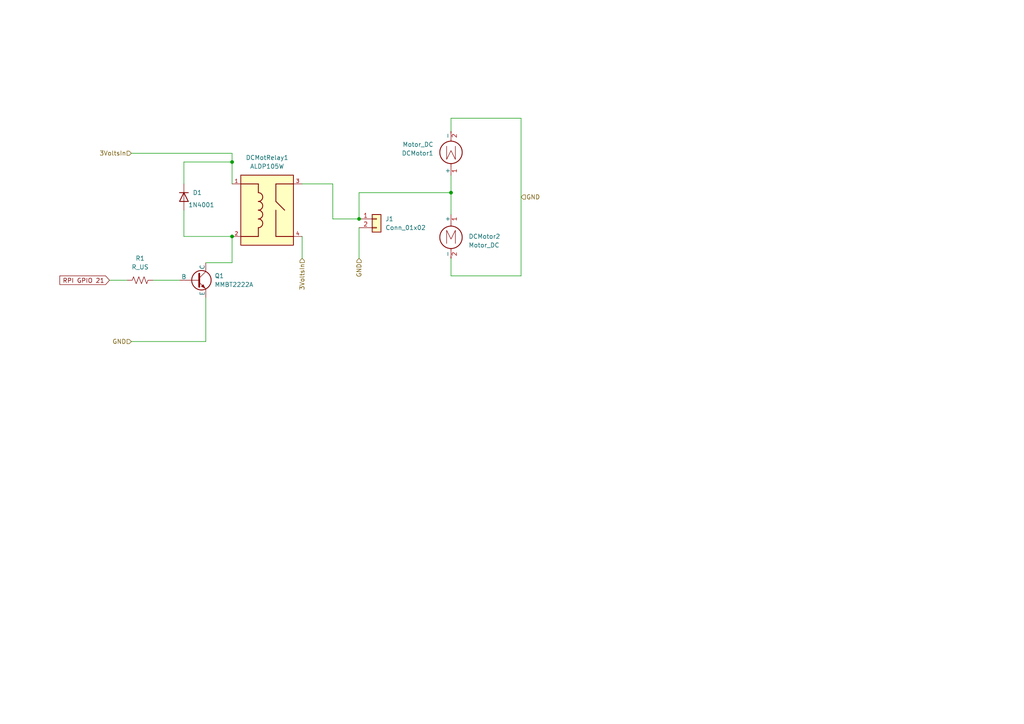
<source format=kicad_sch>
(kicad_sch (version 20231120) (generator "eeschema") (generator_version "8.0")
  (paper "A4")
  (lib_symbols
    (symbol "ALDP105W:ALDP105W" (pin_names (offset 1.016))
      (property "Reference" "K" (at -7.6253 10.6755 0))
      (property "Value" "ALDP105W" (at -7.6273 -12.7121 0))
      (symbol "ALDP105W_0_0"
        (rectangle (start -7.62 -10.16) (end 7.62 10.16) (stroke (width 0.254)) (fill (type background)))
        (arc (start -2.54 -5.08) (mid -1.2755 -3.81) (end -2.54 -2.54) (stroke (width 0.254)))
        (arc (start -2.54 -2.54) (mid -1.2755 -1.27) (end -2.54 0) (stroke (width 0.254)))
        (arc (start -2.54 0) (mid -1.2755 1.27) (end -2.54 2.54) (stroke (width 0.254)))
        (arc (start -2.54 2.54) (mid -1.2755 3.81) (end -2.54 5.08) (stroke (width 0.254)))
        (polyline (pts (xy -2.54 -7.62) (xy -7.62 -7.62)) (stroke (width 0.254)))
        (polyline (pts (xy -2.54 -5.08) (xy -2.54 -7.62)) (stroke (width 0.254)))
        (polyline (pts (xy -2.54 5.08) (xy -2.54 7.62)) (stroke (width 0.254)))
        (polyline (pts (xy -2.54 7.62) (xy -7.62 7.62)) (stroke (width 0.254)))
        (polyline (pts (xy 2.54 -7.62) (xy 7.62 -7.62)) (stroke (width 0.254)))
        (polyline (pts (xy 2.54 0) (xy 2.54 -7.62)) (stroke (width 0.254)))
        (polyline (pts (xy 2.54 2.54) (xy 5.08 0)) (stroke (width 0.254)))
        (polyline (pts (xy 2.54 7.62) (xy 2.54 2.54)) (stroke (width 0.254)))
        (polyline (pts (xy 7.62 7.62) (xy 2.54 7.62)) (stroke (width 0.254)))
        (pin passive line (at -10.16 7.62 0) (length 2.54) (name "~") (number "1"))
        (pin passive line (at -10.16 -7.62 0) (length 2.54) (name "~") (number "2"))
        (pin passive line (at 10.16 7.62 180) (length 2.54) (name "~") (number "3"))
        (pin passive line (at 10.16 -7.62 180) (length 2.54) (name "~") (number "4"))
      )
    )
    (symbol "Connector_Generic:Conn_01x02" (pin_names (offset 1.016) hide)
      (property "Reference" "J" (at 0 2.54 0))
      (property "Value" "Conn_01x02" (at 0 -5.08 0))
      (symbol "Conn_01x02_1_1"
        (rectangle (start -1.27 -2.413) (end 0 -2.667) (stroke (width 0.1524)))
        (rectangle (start -1.27 0.127) (end 0 -0.127) (stroke (width 0.1524)))
        (rectangle (start -1.27 1.27) (end 1.27 -3.81) (stroke (width 0.254)) (fill (type background)))
        (pin passive line (at -5.08 0 0) (length 3.81) (name "Pin_1") (number "1"))
        (pin passive line (at -5.08 -2.54 0) (length 3.81) (name "Pin_2") (number "2"))
      )
    )
    (symbol "Device:D" (pin_numbers hide) (pin_names (offset 1.016) hide)
      (property "Reference" "D" (at 0 2.54 0))
      (property "Value" "D" (at 0 -2.54 0))
      (symbol "D_0_1"
        (polyline (pts (xy -1.27 1.27) (xy -1.27 -1.27)) (stroke (width 0.254)))
        (polyline (pts (xy 1.27 0) (xy -1.27 0)))
        (polyline (pts (xy 1.27 1.27) (xy 1.27 -1.27) (xy -1.27 0) (xy 1.27 1.27)) (stroke (width 0.254)))
      )
      (symbol "D_1_1"
        (pin passive line (at -3.81 0 0) (length 2.54) (name "K") (number "1"))
        (pin passive line (at 3.81 0 180) (length 2.54) (name "A") (number "2"))
      )
    )
    (symbol "Device:R_US" (pin_numbers hide) (pin_names (offset 0))
      (property "Reference" "R" (at 2.54 0 90))
      (property "Value" "R_US" (at -2.54 0 90))
      (symbol "R_US_0_1"
        (polyline (pts (xy 0 -2.286) (xy 0 -2.54)))
        (polyline (pts (xy 0 2.286) (xy 0 2.54)))
        (polyline (pts (xy 0 -0.762) (xy 1.016 -1.143) (xy 0 -1.524) (xy -1.016 -1.905) (xy 0 -2.286)))
        (polyline (pts (xy 0 0.762) (xy 1.016 0.381) (xy 0 0) (xy -1.016 -0.381) (xy 0 -0.762)))
        (polyline (pts (xy 0 2.286) (xy 1.016 1.905) (xy 0 1.524) (xy -1.016 1.143) (xy 0 0.762)))
      )
      (symbol "R_US_1_1"
        (pin passive line (at 0 3.81 270) (length 1.27) (name "~") (number "1"))
        (pin passive line (at 0 -3.81 90) (length 1.27) (name "~") (number "2"))
      )
    )
    (symbol "Motor:Motor_DC" (pin_names (offset 0))
      (property "Reference" "M" (at 2.54 2.54 0))
      (property "Value" "Motor_DC" (at 2.54 -5.08 0))
      (symbol "Motor_DC_0_0"
        (polyline (pts (xy -1.27 -3.302) (xy -1.27 0.508) (xy 0 -2.032) (xy 1.27 0.508) (xy 1.27 -3.302)))
      )
      (symbol "Motor_DC_0_1"
        (circle (center 0 -1.524) (radius 3.2512) (stroke (width 0.254)))
        (polyline (pts (xy 0 -7.62) (xy 0 -7.112)))
        (polyline (pts (xy 0 -4.7752) (xy 0 -5.1816)))
        (polyline (pts (xy 0 1.7272) (xy 0 2.0828)))
        (polyline (pts (xy 0 2.032) (xy 0 2.54)))
      )
      (symbol "Motor_DC_1_1"
        (pin passive line (at 0 5.08 270) (length 2.54) (name "+") (number "1"))
        (pin passive line (at 0 -7.62 90) (length 2.54) (name "-") (number "2"))
      )
    )
    (symbol "Simulation_SPICE:NPN" (pin_numbers hide) (pin_names (offset 0))
      (property "Reference" "Q" (at -2.54 7.62 0))
      (property "Value" "NPN" (at -2.54 5.08 0))
      (symbol "NPN_0_1"
        (polyline (pts (xy -2.54 0) (xy 0.635 0)) (stroke (width 0.1524)))
        (polyline (pts (xy 0.635 0.635) (xy 2.54 2.54)))
        (polyline (pts (xy 2.794 -1.27) (xy 2.794 -1.27)) (stroke (width 0.1524)))
        (polyline (pts (xy 2.794 -1.27) (xy 2.794 -1.27)) (stroke (width 0.1524)))
        (polyline (pts (xy 0.635 -0.635) (xy 2.54 -2.54) (xy 2.54 -2.54)))
        (polyline (pts (xy 0.635 1.905) (xy 0.635 -1.905) (xy 0.635 -1.905)) (stroke (width 0.508)))
        (polyline (pts (xy 1.27 -1.778) (xy 1.778 -1.27) (xy 2.286 -2.286) (xy 1.27 -1.778) (xy 1.27 -1.778)) (fill (type outline)))
        (circle (center 1.27 0) (radius 2.8194) (stroke (width 0.254)))
      )
      (symbol "NPN_1_1"
        (pin open_collector line (at 2.54 5.08 270) (length 2.54) (name "C") (number "1"))
        (pin input line (at -5.08 0 0) (length 2.54) (name "B") (number "2"))
        (pin open_emitter line (at 2.54 -5.08 90) (length 2.54) (name "E") (number "3"))
      )
    )
  )
  (junction (at 67.31 68.58))
  (junction (at 104.14 63.5))
  (junction (at 130.81 55.88))
  (junction (at 67.31 46.99))
  (wire (pts (xy 104.14 63.5) (xy 96.52 63.5)))
  (wire (pts (xy 53.34 53.34) (xy 53.34 46.99)))
  (wire (pts (xy 67.31 46.99) (xy 67.31 44.45)))
  (wire (pts (xy 38.1 99.06) (xy 59.69 99.06)))
  (wire (pts (xy 130.81 80.01) (xy 130.81 74.93)))
  (wire (pts (xy 104.14 74.93) (xy 104.14 66.04)))
  (wire (pts (xy 130.81 50.8) (xy 130.81 55.88)))
  (wire (pts (xy 67.31 76.2) (xy 67.31 68.58)))
  (wire (pts (xy 130.81 38.1) (xy 130.81 34.29)))
  (wire (pts (xy 67.31 44.45) (xy 38.1 44.45)))
  (wire (pts (xy 104.14 55.88) (xy 130.81 55.88)))
  (wire (pts (xy 67.31 76.2) (xy 59.69 76.2)))
  (wire (pts (xy 59.69 99.06) (xy 59.69 86.36)))
  (wire (pts (xy 53.34 46.99) (xy 67.31 46.99)))
  (wire (pts (xy 104.14 63.5) (xy 104.14 55.88)))
  (wire (pts (xy 96.52 63.5) (xy 96.52 53.34)))
  (wire (pts (xy 44.45 81.28) (xy 52.07 81.28)))
  (wire (pts (xy 130.81 55.88) (xy 130.81 62.23)))
  (wire (pts (xy 130.81 34.29) (xy 151.13 34.29)))
  (wire (pts (xy 151.13 34.29) (xy 151.13 80.01)))
  (wire (pts (xy 53.34 68.58) (xy 67.31 68.58)))
  (wire (pts (xy 87.63 53.34) (xy 96.52 53.34)))
  (wire (pts (xy 31.75 81.28) (xy 36.83 81.28)))
  (wire (pts (xy 67.31 46.99) (xy 67.31 53.34)))
  (wire (pts (xy 53.34 68.58) (xy 53.34 60.96)))
  (wire (pts (xy 87.63 68.58) (xy 87.63 74.93)))
  (wire (pts (xy 151.13 80.01) (xy 130.81 80.01)))
  (global_label "RPI GPIO 21" (shape input) (at 31.75 81.28 180) (property "Intersheetrefs" "${INTERSHEET_REFS}" (effects (hide yes))))
  (hierarchical_label "GND" (shape input) (at 38.1 99.06 180))
  (hierarchical_label "3VoltsIn" (shape input) (at 38.1 44.45 180))
  (hierarchical_label "GND" (shape input) (at 104.14 74.93 270))
  (hierarchical_label "GND" (shape input) (at 151.13 57.15 0))
  (hierarchical_label "3VoltsIn" (shape input) (at 87.63 74.93 270))
  (symbol (lib_id "Connector_Generic:Conn_01x02") (at 109.22 63.5 0) (unit 1)
    (property "Reference" "J1" (at 111.76 63.4999 0) (effects (justify left)))
    (property "Value" "Conn_01x02" (at 111.76 66.0399 0) (effects (justify left)))
    (property "Footprint" "Connector_PinHeader_2.54mm:PinHeader_1x04_P2.54mm_Vertical" (effects (hide yes)))
    (property "Description" "Generic connector, single row, 01x02, script generated (kicad-library-utils/schlib/autogen/connector/)" (effects (hide yes)))
  )
  (symbol (lib_id "Simulation_SPICE:NPN") (at 57.15 81.28 0) (unit 1)
    (property "Reference" "Q1" (at 62.23 80.0099 0) (effects (justify left)))
    (property "Value" "MMBT2222A" (at 62.23 82.5499 0) (effects (justify left)))
    (property "Footprint" "Package_TO_SOT_SMD:SOT-23" (effects (hide yes)))
    (property "Datasheet" "https://ngspice.sourceforge.io/docs/ngspice-html-manual/manual.xhtml#cha_BJTs" (effects (hide yes)))
    (property "Description" "Bipolar transistor symbol for simulation only, substrate tied to the emitter" (effects (hide yes)))
    (property "Sim.Device" "NPN" (effects (hide yes)))
    (property "Sim.Type" "GUMMELPOON" (effects (hide yes)))
    (property "Sim.Pins" "1=C 2=B 3=E" (effects (hide yes)))
  )
  (symbol (lib_id "Motor:Motor_DC") (at 130.81 45.72 180) (unit 1)
    (property "Reference" "DCMotor1" (at 125.73 44.4501 0) (effects (justify left)))
    (property "Value" "Motor_DC" (at 125.73 41.9101 0) (effects (justify left)))
    (property "Description" "DC Motor" (effects (hide yes)))
  )
  (symbol (lib_id "Device:R_US") (at 40.64 81.28 90) (unit 1)
    (property "Reference" "R1" (at 40.64 74.93 90))
    (property "Value" "R_US" (at 40.64 77.47 90))
    (property "Footprint" "Resistor_SMD:R_0805_2012Metric_Pad1.20x1.40mm_HandSolder" (effects (hide yes)))
    (property "Description" "Resistor, US symbol" (effects (hide yes)))
  )
  (symbol (lib_id "Device:D") (at 53.34 57.15 270) (unit 1)
    (property "Reference" "D1" (at 55.88 55.8799 90) (effects (justify left)))
    (property "Value" "1N4001" (at 54.61 59.436 90) (effects (justify left)))
    (property "Footprint" "Diode_SMD:D_0805_2012Metric_Pad1.15x1.40mm_HandSolder" (effects (hide yes)))
    (property "Description" "Diode" (effects (hide yes)))
    (property "Sim.Device" "D" (effects (hide yes)))
    (property "Sim.Pins" "1=K 2=A" (effects (hide yes)))
  )
  (symbol (lib_id "Motor:Motor_DC") (at 130.81 67.31 0) (unit 1)
    (property "Reference" "DCMotor2" (at 135.89 68.5799 0) (effects (justify left)))
    (property "Value" "Motor_DC" (at 135.89 71.1199 0) (effects (justify left)))
    (property "Description" "DC Motor" (effects (hide yes)))
  )
  (symbol (lib_id "ALDP105W:ALDP105W") (at 77.47 60.96 0) (unit 1)
    (property "Reference" "DCMotRelay1" (at 77.47 45.72 0))
    (property "Value" "ALDP105W" (at 77.47 48.26 0))
    (property "Footprint" "ALDP105W:RELAY_ALDP105W" (effects (hide yes)))
    (property "MF" "Panasonic Electric" (effects (hide yes)))
    (property "Description_1" "\n                        \n                            General Purpose Relay SPST-NO (1 Form A) 5VDC Coil Through Hole\n                        \n" (effects (hide yes)))
    (property "Package" "None" (effects (hide yes)))
    (property "Price" "None" (effects (hide yes)))
    (property "Check_prices" "https://www.snapeda.com/parts/ALDP105W/Panasonic/view-part/?ref=eda" (effects (hide yes)))
    (property "PARTREV" "N/A" (effects (hide yes)))
    (property "SnapEDA_Link" "https://www.snapeda.com/parts/ALDP105W/Panasonic/view-part/?ref=snap" (effects (hide yes)))
    (property "MP" "ALDP105W" (effects (hide yes)))
    (property "Availability" "In Stock" (effects (hide yes)))
    (property "STANDART" "Manufacturer Recommendations" (effects (hide yes)))
  )
)
</source>
